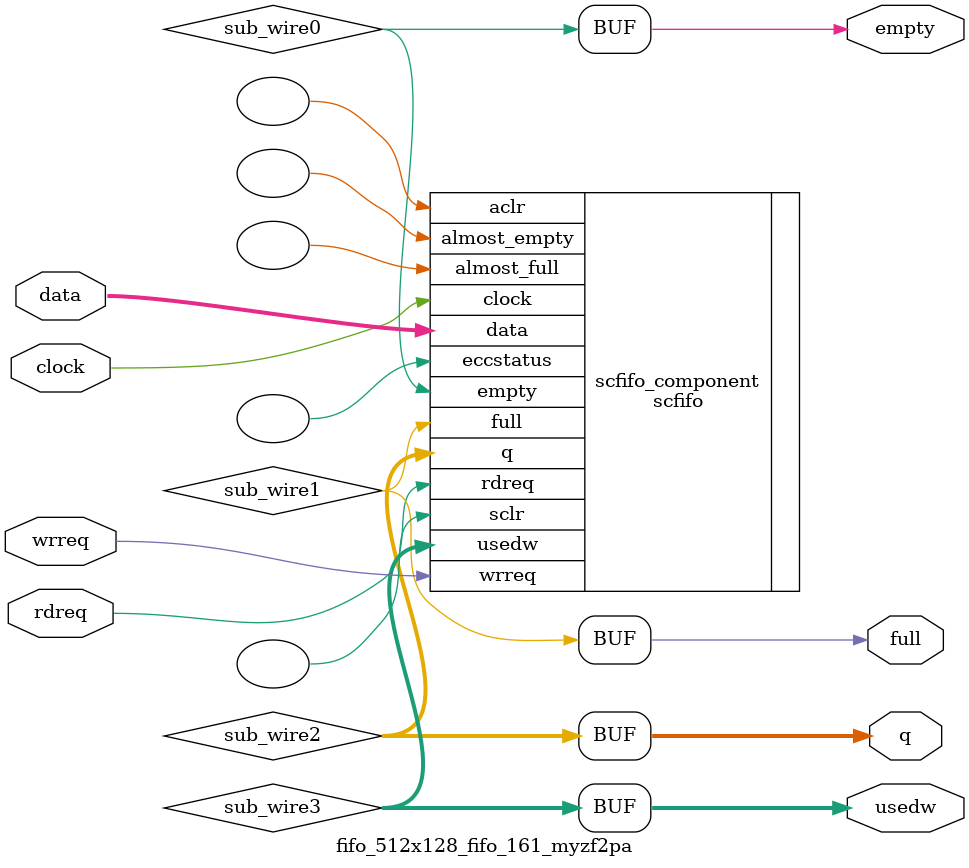
<source format=v>



`timescale 1 ps / 1 ps
// synopsys translate_on
module  fifo_512x128_fifo_161_myzf2pa  (
    clock,
    data,
    rdreq,
    wrreq,
    empty,
    full,
    q,
    usedw);

    input    clock;
    input  [127:0]  data;
    input    rdreq;
    input    wrreq;
    output   empty;
    output   full;
    output [127:0]  q;
    output [8:0]  usedw;

    wire  sub_wire0;
    wire  sub_wire1;
    wire [127:0] sub_wire2;
    wire [8:0] sub_wire3;
    wire  empty = sub_wire0;
    wire  full = sub_wire1;
    wire [127:0] q = sub_wire2[127:0];
    wire [8:0] usedw = sub_wire3[8:0];

    scfifo  scfifo_component (
                .clock (clock),
                .data (data),
                .rdreq (rdreq),
                .wrreq (wrreq),
                .empty (sub_wire0),
                .full (sub_wire1),
                .q (sub_wire2),
                .usedw (sub_wire3),
                .aclr (),
                .almost_empty (),
                .almost_full (),
                .eccstatus (),
                .sclr ());
    defparam
        scfifo_component.add_ram_output_register  = "OFF",
        scfifo_component.enable_ecc  = "FALSE",
        scfifo_component.intended_device_family  = "Arria 10",
        scfifo_component.lpm_numwords  = 512,
        scfifo_component.lpm_showahead  = "ON",
        scfifo_component.lpm_type  = "scfifo",
        scfifo_component.lpm_width  = 128,
        scfifo_component.lpm_widthu  = 9,
        scfifo_component.overflow_checking  = "ON",
        scfifo_component.underflow_checking  = "ON",
        scfifo_component.use_eab  = "ON";


endmodule



</source>
